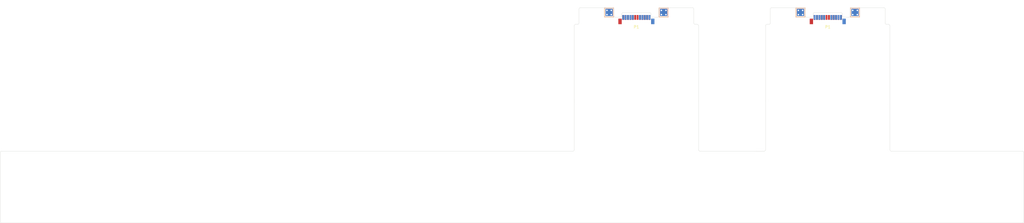
<source format=kicad_pcb>
(kicad_pcb (version 20221018) (generator pcbnew)
  (title_block (title "Expansion Card Template") (rev "X1") (company "Framework") (comment 1 "This work is licensed under a Creative Commons Attribution 4.0 International License") (comment 4 "https://frame.work"))
  (layers (0 "F.Cu" signal) (31 "B.Cu" signal) (34 "B.Paste" user) (35 "F.Paste" user) (36 "B.SilkS" user "B.Silkscreen") (37 "F.SilkS" user "F.Silkscreen") (38 "B.Mask" user) (39 "F.Mask" user) (44 "Edge.Cuts" user))
  (net 0 "")
  (net 1 "GND")
  (net 2 "VBUS")
  (net 3 "Net-(P1-PadA5)")
  (footprint "Expansion_Card:USB_C_Plug_Molex_105444" (layer "F.Cu") (at 183.231 57.131)
    (fp_text reference "P1" (at 0 2.04) (layer "F.SilkS") (effects (font (size 0.5842 0.5842) (thickness 0.1016))))
    (fp_text value "USB_C_Plug_USB2.0")
    (fp_line (start -3.35 0) (end -4.3 0) (stroke (width 0.05)) (layer "Edge.Cuts"))
    (fp_line (start -3.05 -0.66) (end -3.05 -0.3) (stroke (width 0.05)) (layer "Edge.Cuts"))
    (fp_line (start -2.75 -0.96) (end 2.75 -0.96) (stroke (width 0.05)) (layer "Edge.Cuts"))
    (fp_line (start 3.05 -0.66) (end 3.05 -0.3) (stroke (width 0.05)) (layer "Edge.Cuts"))
    (fp_line (start 3.35 0) (end 4.3 0) (stroke (width 0.05)) (layer "Edge.Cuts"))
    (fp_arc (start -3.05 -0.66) (mid -2.962132 -0.872132) (end -2.75 -0.96) (stroke (width 0.05)) (layer "Edge.Cuts"))
    (fp_arc (start -3.05 -0.3) (mid -3.137868 -0.087868) (end -3.35 0) (stroke (width 0.05)) (layer "Edge.Cuts"))
    (fp_arc (start 2.75 -0.96) (mid 2.962132 -0.872132) (end 3.05 -0.66) (stroke (width 0.05)) (layer "Edge.Cuts"))
    (fp_arc (start 3.35 0) (mid 3.137868 -0.087868) (end 3.05 -0.3) (stroke (width 0.05)) (layer "Edge.Cuts"))
    (pad "A1" smd rect (at -2.75 0.04) (size 0.38 1) (layers "F.Cu" "F.Paste" "F.Mask") (net 1 "GND"))
    (pad "A2" smd rect (at -2.25 0.04) (size 0.38 1) (layers "F.Cu" "F.Paste" "F.Mask"))
    (pad "A3" smd rect (at -1.75 0.04) (size 0.38 1) (layers "F.Cu" "F.Paste" "F.Mask"))
    (pad "A4" smd rect (at -1.25 0.04) (size 0.38 1) (layers "F.Cu" "F.Paste" "F.Mask") (net 2 "VBUS"))
    (pad "A5" smd rect (at -0.75 0.04) (size 0.38 1) (layers "F.Cu" "F.Paste" "F.Mask") (net 3 "Net-(P1-PadA5)"))
    (pad "A6" smd rect (at -0.25 0.04) (size 0.38 1) (layers "F.Cu" "F.Paste" "F.Mask"))
    (pad "A7" smd rect (at 0.25 0.04) (size 0.38 1) (layers "F.Cu" "F.Paste" "F.Mask"))
    (pad "A8" smd rect (at 0.75 0.04) (size 0.38 1) (layers "F.Cu" "F.Paste" "F.Mask"))
    (pad "A9" smd rect (at 1.25 0.04) (size 0.38 1) (layers "F.Cu" "F.Paste" "F.Mask") (net 2 "VBUS"))
    (pad "A10" smd rect (at 1.75 0.04) (size 0.38 1) (layers "F.Cu" "F.Paste" "F.Mask"))
    (pad "A11" smd rect (at 2.25 0.04) (size 0.38 1) (layers "F.Cu" "F.Paste" "F.Mask"))
    (pad "A12" smd rect (at 2.75 0.04) (size 0.38 1) (layers "F.Cu" "F.Paste" "F.Mask") (net 1 "GND"))
    (pad "B1" smd rect (at 2.75 0.04) (size 0.38 1) (layers "B.Cu" "B.Paste" "B.Mask") (net 1 "GND"))
    (pad "B2" smd rect (at 2.25 0.04) (size 0.38 1) (layers "B.Cu" "B.Paste" "B.Mask"))
    (pad "B3" smd rect (at 1.75 0.04) (size 0.38 1) (layers "B.Cu" "B.Paste" "B.Mask"))
    (pad "B4" smd rect (at 1.25 0.04) (size 0.38 1) (layers "B.Cu" "B.Paste" "B.Mask") (net 2 "VBUS"))
    (pad "B5" smd rect (at 0.75 0.04) (size 0.38 1) (layers "B.Cu" "B.Paste" "B.Mask"))
    (pad "B8" smd rect (at -0.75 0.04) (size 0.38 1) (layers "B.Cu" "B.Paste" "B.Mask"))
    (pad "B9" smd rect (at -1.25 0.04) (size 0.38 1) (layers "B.Cu" "B.Paste" "B.Mask") (net 2 "VBUS"))
    (pad "B10" smd rect (at -1.75 0.04) (size 0.38 1) (layers "B.Cu" "B.Paste" "B.Mask"))
    (pad "B11" smd rect (at -2.25 0.04) (size 0.38 1) (layers "B.Cu" "B.Paste" "B.Mask"))
    (pad "B12" smd rect (at -2.75 0.04) (size 0.38 1) (layers "B.Cu" "B.Paste" "B.Mask") (net 1 "GND"))
    (pad "S1" smd rect (at -3.42 0.88) (size 0.7 1.15) (layers "F.Cu" "F.Paste" "F.Mask") (net 1 "GND"))
    (pad "S1" smd rect (at 3.42 0.88) (size 0.7 1.15) (layers "B.Cu" "B.Paste" "B.Mask") (net 1 "GND"))
  )
  (footprint "MountingHole:MountingHole_2.2mm_M2" (layer "F.Cu") (at 171.931 74.631)
    (fp_text reference "H1" hide)
    (fp_text value "MountingHole")
    (pad "" np_thru_hole circle (at 0 0) (size 2.2 2.2) (drill 2.2) (layers "*.Cu" "*.Mask"))
  )
  (footprint "MountingHole:MountingHole_2.2mm_M2" (layer "F.Cu") (at 194.531 74.631)
    (fp_text reference "H2" hide)
    (fp_text value "MountingHole")
    (pad "" np_thru_hole circle (at 0 0) (size 2.2 2.2) (drill 2.2) (layers "*.Cu" "*.Mask"))
  )
  (footprint "TestPoint:TestPoint_Pad_1.5x1.5mm" (layer "F.Cu") (at 177.531 56.131)
    (fp_text reference "TP1" hide)
    (fp_text value "TestPoint")
    (fp_line (start -0.95 -0.95) (end 0.95 -0.95) (stroke (width 0.12)) (layer "F.SilkS"))
    (fp_line (start -0.95 0.95) (end -0.95 -0.95) (stroke (width 0.12)) (layer "F.SilkS"))
    (fp_line (start 0.95 -0.95) (end 0.95 0.95) (stroke (width 0.12)) (layer "F.SilkS"))
    (fp_line (start 0.95 0.95) (end -0.95 0.95) (stroke (width 0.12)) (layer "F.SilkS"))
    (pad "1" smd rect (at 0 0) (size 1.5 1.5) (layers "F.Cu" "F.Mask") (net 1 "GND"))
  )
  (footprint "TestPoint:TestPoint_Pad_1.5x1.5mm" (layer "F.Cu") (at 188.931 56.131)
    (fp_text reference "TP3" hide)
    (fp_text value "TestPoint")
    (fp_line (start -0.95 -0.95) (end 0.95 -0.95) (stroke (width 0.12)) (layer "F.SilkS"))
    (fp_line (start -0.95 0.95) (end -0.95 -0.95) (stroke (width 0.12)) (layer "F.SilkS"))
    (fp_line (start 0.95 -0.95) (end 0.95 0.95) (stroke (width 0.12)) (layer "F.SilkS"))
    (fp_line (start 0.95 0.95) (end -0.95 0.95) (stroke (width 0.12)) (layer "F.SilkS"))
    (pad "1" smd rect (at 0 0) (size 1.5 1.5) (layers "F.Cu" "F.Mask") (net 1 "GND"))
  )
  (footprint "Expansion_Card:USB_C_Plug_Molex_105444" (layer "F.Cu") (at 223.231 57.131)
    (fp_text reference "P1" (at 0 2.04) (layer "F.SilkS") (effects (font (size 0.5842 0.5842) (thickness 0.1016))))
    (fp_text value "USB_C_Plug_USB2.0")
    (fp_line (start -3.35 0) (end -4.3 0) (stroke (width 0.05)) (layer "Edge.Cuts"))
    (fp_line (start -3.05 -0.66) (end -3.05 -0.3) (stroke (width 0.05)) (layer "Edge.Cuts"))
    (fp_line (start -2.75 -0.96) (end 2.75 -0.96) (stroke (width 0.05)) (layer "Edge.Cuts"))
    (fp_line (start 3.05 -0.66) (end 3.05 -0.3) (stroke (width 0.05)) (layer "Edge.Cuts"))
    (fp_line (start 3.35 0) (end 4.3 0) (stroke (width 0.05)) (layer "Edge.Cuts"))
    (fp_arc (start -3.05 -0.66) (mid -2.962132 -0.872132) (end -2.75 -0.96) (stroke (width 0.05)) (layer "Edge.Cuts"))
    (fp_arc (start -3.05 -0.3) (mid -3.137868 -0.087868) (end -3.35 0) (stroke (width 0.05)) (layer "Edge.Cuts"))
    (fp_arc (start 2.75 -0.96) (mid 2.962132 -0.872132) (end 3.05 -0.66) (stroke (width 0.05)) (layer "Edge.Cuts"))
    (fp_arc (start 3.35 0) (mid 3.137868 -0.087868) (end 3.05 -0.3) (stroke (width 0.05)) (layer "Edge.Cuts"))
    (pad "A1" smd rect (at -2.75 0.04) (size 0.38 1) (layers "F.Cu" "F.Paste" "F.Mask") (net 1 "GND"))
    (pad "A2" smd rect (at -2.25 0.04) (size 0.38 1) (layers "F.Cu" "F.Paste" "F.Mask"))
    (pad "A3" smd rect (at -1.75 0.04) (size 0.38 1) (layers "F.Cu" "F.Paste" "F.Mask"))
    (pad "A4" smd rect (at -1.25 0.04) (size 0.38 1) (layers "F.Cu" "F.Paste" "F.Mask") (net 2 "VBUS"))
    (pad "A5" smd rect (at -0.75 0.04) (size 0.38 1) (layers "F.Cu" "F.Paste" "F.Mask") (net 3 "Net-(P1-PadA5)"))
    (pad "A6" smd rect (at -0.25 0.04) (size 0.38 1) (layers "F.Cu" "F.Paste" "F.Mask"))
    (pad "A7" smd rect (at 0.25 0.04) (size 0.38 1) (layers "F.Cu" "F.Paste" "F.Mask"))
    (pad "A8" smd rect (at 0.75 0.04) (size 0.38 1) (layers "F.Cu" "F.Paste" "F.Mask"))
    (pad "A9" smd rect (at 1.25 0.04) (size 0.38 1) (layers "F.Cu" "F.Paste" "F.Mask") (net 2 "VBUS"))
    (pad "A10" smd rect (at 1.75 0.04) (size 0.38 1) (layers "F.Cu" "F.Paste" "F.Mask"))
    (pad "A11" smd rect (at 2.25 0.04) (size 0.38 1) (layers "F.Cu" "F.Paste" "F.Mask"))
    (pad "A12" smd rect (at 2.75 0.04) (size 0.38 1) (layers "F.Cu" "F.Paste" "F.Mask") (net 1 "GND"))
    (pad "B1" smd rect (at 2.75 0.04) (size 0.38 1) (layers "B.Cu" "B.Paste" "B.Mask") (net 1 "GND"))
    (pad "B2" smd rect (at 2.25 0.04) (size 0.38 1) (layers "B.Cu" "B.Paste" "B.Mask"))
    (pad "B3" smd rect (at 1.75 0.04) (size 0.38 1) (layers "B.Cu" "B.Paste" "B.Mask"))
    (pad "B4" smd rect (at 1.25 0.04) (size 0.38 1) (layers "B.Cu" "B.Paste" "B.Mask") (net 2 "VBUS"))
    (pad "B5" smd rect (at 0.75 0.04) (size 0.38 1) (layers "B.Cu" "B.Paste" "B.Mask"))
    (pad "B8" smd rect (at -0.75 0.04) (size 0.38 1) (layers "B.Cu" "B.Paste" "B.Mask"))
    (pad "B9" smd rect (at -1.25 0.04) (size 0.38 1) (layers "B.Cu" "B.Paste" "B.Mask") (net 2 "VBUS"))
    (pad "B10" smd rect (at -1.75 0.04) (size 0.38 1) (layers "B.Cu" "B.Paste" "B.Mask"))
    (pad "B11" smd rect (at -2.25 0.04) (size 0.38 1) (layers "B.Cu" "B.Paste" "B.Mask"))
    (pad "B12" smd rect (at -2.75 0.04) (size 0.38 1) (layers "B.Cu" "B.Paste" "B.Mask") (net 1 "GND"))
    (pad "S1" smd rect (at -3.42 0.88) (size 0.7 1.15) (layers "F.Cu" "F.Paste" "F.Mask") (net 1 "GND"))
    (pad "S1" smd rect (at 3.42 0.88) (size 0.7 1.15) (layers "B.Cu" "B.Paste" "B.Mask") (net 1 "GND"))
  )
  (footprint "TestPoint:TestPoint_Pad_1.5x1.5mm" (layer "F.Cu") (at 217.531 56.131)
    (fp_text reference "TP1" hide)
    (fp_text value "TestPoint")
    (fp_line (start -0.95 -0.95) (end 0.95 -0.95) (stroke (width 0.12)) (layer "F.SilkS"))
    (fp_line (start -0.95 0.95) (end -0.95 -0.95) (stroke (width 0.12)) (layer "F.SilkS"))
    (fp_line (start 0.95 -0.95) (end 0.95 0.95) (stroke (width 0.12)) (layer "F.SilkS"))
    (fp_line (start 0.95 0.95) (end -0.95 0.95) (stroke (width 0.12)) (layer "F.SilkS"))
    (pad "1" smd rect (at 0 0) (size 1.5 1.5) (layers "F.Cu" "F.Mask") (net 1 "GND"))
  )
  (footprint "MountingHole:MountingHole_2.2mm_M2" (layer "F.Cu") (at 234.531 74.631)
    (fp_text reference "H2" hide)
    (fp_text value "MountingHole")
    (pad "" np_thru_hole circle (at 0 0) (size 2.2 2.2) (drill 2.2) (layers "F&B.Cu" "*.Mask"))
  )
  (footprint "TestPoint:TestPoint_Pad_1.5x1.5mm" (layer "F.Cu") (at 228.931 56.131)
    (fp_text reference "TP3" hide)
    (fp_text value "TestPoint")
    (fp_line (start -0.95 -0.95) (end 0.95 -0.95) (stroke (width 0.12)) (layer "F.SilkS"))
    (fp_line (start -0.95 0.95) (end -0.95 -0.95) (stroke (width 0.12)) (layer "F.SilkS"))
    (fp_line (start 0.95 -0.95) (end 0.95 0.95) (stroke (width 0.12)) (layer "F.SilkS"))
    (fp_line (start 0.95 0.95) (end -0.95 0.95) (stroke (width 0.12)) (layer "F.SilkS"))
    (pad "1" smd rect (at 0 0) (size 1.5 1.5) (layers "F.Cu" "F.Mask") (net 1 "GND"))
  )
  (footprint "MountingHole:MountingHole_2.2mm_M2" (layer "F.Cu") (at 211.931 74.631)
    (fp_text reference "H1" hide)
    (fp_text value "MountingHole")
    (pad "" np_thru_hole circle (at 0 0) (size 2.2 2.2) (drill 2.2) (layers "F&B.Cu" "*.Mask"))
  )
  (footprint "TestPoint:TestPoint_Pad_1.5x1.5mm" (layer "B.Cu") (at 177.531 56.131)
    (fp_text reference "TP2" hide)
    (fp_text value "TestPoint")
    (fp_line (start -0.95 -0.95) (end -0.95 0.95) (stroke (width 0.12)) (layer "B.SilkS"))
    (fp_line (start -0.95 0.95) (end 0.95 0.95) (stroke (width 0.12)) (layer "B.SilkS"))
    (fp_line (start 0.95 -0.95) (end -0.95 -0.95) (stroke (width 0.12)) (layer "B.SilkS"))
    (fp_line (start 0.95 0.95) (end 0.95 -0.95) (stroke (width 0.12)) (layer "B.SilkS"))
    (pad "1" smd rect (at 0 0) (size 1.5 1.5) (layers "B.Cu" "B.Mask") (net 1 "GND"))
  )
  (footprint "TestPoint:TestPoint_Pad_1.5x1.5mm" (layer "B.Cu") (at 188.931 56.131)
    (fp_text reference "TP4" hide)
    (fp_text value "TestPoint")
    (fp_line (start -0.95 -0.95) (end -0.95 0.95) (stroke (width 0.12)) (layer "B.SilkS"))
    (fp_line (start -0.95 0.95) (end 0.95 0.95) (stroke (width 0.12)) (layer "B.SilkS"))
    (fp_line (start 0.95 -0.95) (end -0.95 -0.95) (stroke (width 0.12)) (layer "B.SilkS"))
    (fp_line (start 0.95 0.95) (end 0.95 -0.95) (stroke (width 0.12)) (layer "B.SilkS"))
    (pad "1" smd rect (at 0 0) (size 1.5 1.5) (layers "B.Cu" "B.Mask") (net 1 "GND"))
  )
  (footprint "TestPoint:TestPoint_Pad_1.5x1.5mm" (layer "B.Cu") (at 217.531 56.131)
    (fp_text reference "TP2" hide)
    (fp_text value "TestPoint")
    (fp_line (start -0.95 -0.95) (end -0.95 0.95) (stroke (width 0.12)) (layer "B.SilkS"))
    (fp_line (start -0.95 0.95) (end 0.95 0.95) (stroke (width 0.12)) (layer "B.SilkS"))
    (fp_line (start 0.95 -0.95) (end -0.95 -0.95) (stroke (width 0.12)) (layer "B.SilkS"))
    (fp_line (start 0.95 0.95) (end 0.95 -0.95) (stroke (width 0.12)) (layer "B.SilkS"))
    (pad "1" smd rect (at 0 0) (size 1.5 1.5) (layers "B.Cu" "B.Mask") (net 1 "GND"))
  )
  (footprint "TestPoint:TestPoint_Pad_1.5x1.5mm" (layer "B.Cu") (at 228.931 56.131)
    (fp_text reference "TP4" hide)
    (fp_text value "TestPoint")
    (fp_line (start -0.95 -0.95) (end -0.95 0.95) (stroke (width 0.12)) (layer "B.SilkS"))
    (fp_line (start -0.95 0.95) (end 0.95 0.95) (stroke (width 0.12)) (layer "B.SilkS"))
    (fp_line (start 0.95 -0.95) (end -0.95 -0.95) (stroke (width 0.12)) (layer "B.SilkS"))
    (fp_line (start 0.95 0.95) (end 0.95 -0.95) (stroke (width 0.12)) (layer "B.SilkS"))
    (pad "1" smd rect (at 0 0) (size 1.5 1.5) (layers "B.Cu" "B.Mask") (net 1 "GND"))
  )
  (gr_line (start 196.231 58.931) (end 196.231 84.831) (stroke (width 0.05)) (layer "Edge.Cuts"))
  (gr_line (start 50.531 100.131) (end 263.930994 100.127964) (stroke (width 0.05)) (layer "Edge.Cuts"))
  (gr_arc (start 187.931 56.831) (mid 187.843132 57.043132) (end 187.631 57.131) (stroke (width 0.05)) (layer "Edge.Cuts"))
  (gr_arc (start 178.231 55.131) (mid 178.443132 55.218868) (end 178.531 55.431) (stroke (width 0.05)) (layer "Edge.Cuts"))
  (gr_line (start 187.931 56.831) (end 187.931 55.431) (stroke (width 0.05)) (layer "Edge.Cuts"))
  (gr_arc (start 187.931 55.431) (mid 188.018868 55.218868) (end 188.231 55.131) (stroke (width 0.05)) (layer "Edge.Cuts"))
  (gr_line (start 178.231 55.131) (end 171.531 55.131) (stroke (width 0.05)) (layer "Edge.Cuts"))
  (gr_line (start 188.231 55.131) (end 194.931 55.131) (stroke (width 0.05)) (layer "Edge.Cuts"))
  (gr_line (start 187.531 57.131) (end 187.631 57.131) (stroke (width 0.05)) (layer "Edge.Cuts"))
  (gr_arc (start 171.231 55.431) (mid 171.318868 55.218868) (end 171.531 55.131) (stroke (width 0.05)) (layer "Edge.Cuts"))
  (gr_line (start 171.231 58.331) (end 171.231 55.431) (stroke (width 0.05)) (layer "Edge.Cuts"))
  (gr_arc (start 171.231 58.331) (mid 171.143132 58.543132) (end 170.931 58.631) (stroke (width 0.05)) (layer "Edge.Cuts"))
  (gr_arc (start 170.231 58.931) (mid 170.318868 58.718868) (end 170.531 58.631) (stroke (width 0.05)) (layer "Edge.Cuts"))
  (gr_line (start 170.531 58.631) (end 170.931 58.631) (stroke (width 0.05)) (layer "Edge.Cuts"))
  (gr_line (start 195.231 58.331) (end 195.231 55.431) (stroke (width 0.05)) (layer "Edge.Cuts"))
  (gr_arc (start 195.931 58.631) (mid 196.143132 58.718868) (end 196.231 58.931) (stroke (width 0.05)) (layer "Edge.Cuts"))
  (gr_arc (start 195.531 58.631) (mid 195.318868 58.543132) (end 195.231 58.331) (stroke (width 0.05)) (layer "Edge.Cuts"))
  (gr_line (start 195.531 58.631) (end 195.931 58.631) (stroke (width 0.05)) (layer "Edge.Cuts"))
  (gr_arc (start 170.231 84.831) (mid 170.148854 85.043905) (end 169.940221 85.136368) (stroke (width 0.05)) (layer "Edge.Cuts"))
  (gr_line (start 50.531 85.136368) (end 169.940221 85.136368) (stroke (width 0.05)) (layer "Edge.Cuts"))
  (gr_arc (start 227.931 55.431) (mid 228.018868 55.218868) (end 228.231 55.131) (stroke (width 0.05)) (layer "Edge.Cuts"))
  (gr_line (start 170.231 58.931) (end 170.231 84.831) (stroke (width 0.05)) (layer "Edge.Cuts"))
  (gr_arc (start 210.231 58.931) (mid 210.318868 58.718868) (end 210.531 58.631) (stroke (width 0.05)) (layer "Edge.Cuts"))
  (gr_arc (start 235.931 58.631) (mid 236.143132 58.718868) (end 236.231 58.931) (stroke (width 0.05)) (layer "Edge.Cuts"))
  (gr_arc (start 235.531 58.631) (mid 235.318868 58.543132) (end 235.231 58.331) (stroke (width 0.05)) (layer "Edge.Cuts"))
  (gr_line (start 263.931 85.133) (end 236.531 85.133) (stroke (width 0.05)) (layer "Edge.Cuts"))
  (gr_arc (start 263.931 85.133) (mid 264.143132 85.220868) (end 264.231 85.433) (stroke (width 0.05)) (layer "Edge.Cuts"))
  (gr_line (start 178.531 56.831) (end 178.531 55.431) (stroke (width 0.05)) (layer "Edge.Cuts"))
  (gr_arc (start 50.231001 85.433) (mid 50.318465 85.221339) (end 50.531006 85.136036) (stroke (width 0.05)) (layer "Edge.Cuts"))
  (gr_arc (start 211.231 55.431) (mid 211.318868 55.218868) (end 211.531 55.131) (stroke (width 0.05)) (layer "Edge.Cuts"))
  (gr_arc (start 234.931 55.131) (mid 235.143132 55.218868) (end 235.231 55.431) (stroke (width 0.05)) (layer "Edge.Cuts"))
  (gr_arc (start 218.231 55.131) (mid 218.443132 55.218868) (end 218.531 55.431) (stroke (width 0.05)) (layer "Edge.Cuts"))
  (gr_line (start 235.531 58.631) (end 235.931 58.631) (stroke (width 0.05)) (layer "Edge.Cuts"))
  (gr_line (start 264.231 99.831) (end 264.231 85.433) (stroke (width 0.05)) (layer "Edge.Cuts"))
  (gr_line (start 196.525 85.128015) (end 209.931 85.131) (stroke (width 0.05)) (layer "Edge.Cuts"))
  (gr_arc (start 210.231 84.831) (mid 210.143132 85.043132) (end 209.931 85.131) (stroke (width 0.05)) (layer "Edge.Cuts"))
  (gr_line (start 228.231 55.131) (end 234.931 55.131) (stroke (width 0.05)) (layer "Edge.Cuts"))
  (gr_arc (start 194.931 55.131) (mid 195.143132 55.218868) (end 195.231 55.431) (stroke (width 0.05)) (layer "Edge.Cuts"))
  (gr_line (start 227.931 56.831) (end 227.931 55.431) (stroke (width 0.05)) (layer "Edge.Cuts"))
  (gr_arc (start 236.531 85.133) (mid 236.318868 85.045132) (end 236.231 84.833) (stroke (width 0.05)) (layer "Edge.Cuts"))
  (gr_arc (start 227.931 56.831) (mid 227.843132 57.043132) (end 227.631 57.131) (stroke (width 0.05)) (layer "Edge.Cuts"))
  (gr_arc (start 50.531 100.131) (mid 50.318868 100.043132) (end 50.231 99.831) (stroke (width 0.05)) (layer "Edge.Cuts"))
  (gr_line (start 211.231 58.331) (end 211.231 55.431) (stroke (width 0.05)) (layer "Edge.Cuts"))
  (gr_line (start 235.231 58.331) (end 235.231 55.431) (stroke (width 0.05)) (layer "Edge.Cuts"))
  (gr_arc (start 178.831 57.131) (mid 178.618868 57.043132) (end 178.531 56.831) (stroke (width 0.05)) (layer "Edge.Cuts"))
  (gr_line (start 178.831 57.131) (end 178.931 57.131) (stroke (width 0.05)) (layer "Edge.Cuts"))
  (gr_line (start 210.531 58.631) (end 210.931 58.631) (stroke (width 0.05)) (layer "Edge.Cuts"))
  (gr_line (start 227.531 57.131) (end 227.631 57.131) (stroke (width 0.05)) (layer "Edge.Cuts"))
  (gr_arc (start 218.831 57.131) (mid 218.618868 57.043132) (end 218.531 56.831) (stroke (width 0.05)) (layer "Edge.Cuts"))
  (gr_arc (start 196.525 85.128015) (mid 196.316042 85.040837) (end 196.231 84.831) (stroke (width 0.05)) (layer "Edge.Cuts"))
  (gr_arc (start 264.230999 99.831) (mid 264.143535 100.042661) (end 263.930994 100.127964) (stroke (width 0.05)) (layer "Edge.Cuts"))
  (gr_line (start 218.231 55.131) (end 211.531 55.131) (stroke (width 0.05)) (layer "Edge.Cuts"))
  (gr_line (start 210.231 58.931) (end 210.231 84.831) (stroke (width 0.05)) (layer "Edge.Cuts"))
  (gr_line (start 218.531 56.831) (end 218.531 55.431) (stroke (width 0.05)) (layer "Edge.Cuts"))
  (gr_line (start 50.231 85.433) (end 50.231 99.831) (stroke (width 0.05)) (layer "Edge.Cuts"))
  (gr_line (start 218.831 57.131) (end 218.931 57.131) (stroke (width 0.05)) (layer "Edge.Cuts"))
  (gr_line (start 236.231 58.931) (end 236.231 84.833) (stroke (width 0.05)) (layer "Edge.Cuts"))
  (gr_arc (start 211.231 58.331) (mid 211.143132 58.543132) (end 210.931 58.631) (stroke (width 0.05)) (layer "Edge.Cuts"))
  (via (at 177.089 55.7025) (size 0.5) (drill 0.3) (layers "F.Cu" "B.Cu") (net 1))
  (via (at 177.089 56.5915) (size 0.5) (drill 0.3) (layers "F.Cu" "B.Cu") (net 1))
  (via (at 189.408 55.7025) (size 0.5) (drill 0.3) (layers "F.Cu" "B.Cu") (net 1))
  (via (at 189.408 56.5915) (size 0.5) (drill 0.3) (layers "F.Cu" "B.Cu") (net 1))
  (via (at 217.978 55.7025) (size 0.5) (drill 0.3) (layers "F.Cu" "B.Cu") (net 1))
  (via (at 217.978 56.5915) (size 0.5) (drill 0.3) (layers "F.Cu" "B.Cu") (net 1))
  (via (at 229.408 55.7025) (size 0.5) (drill 0.3) (layers "F.Cu" "B.Cu") (net 1))
  (via (at 217.089 55.7025) (size 0.5) (drill 0.3) (layers "F.Cu" "B.Cu") (net 1))
  (via (at 217.089 56.5915) (size 0.5) (drill 0.3) (layers "F.Cu" "B.Cu") (net 1))
  (via (at 228.4555 56.5915) (size 0.5) (drill 0.3) (layers "F.Cu" "B.Cu") (net 1))
  (via (at 228.4555 55.7025) (size 0.5) (drill 0.3) (layers "F.Cu" "B.Cu") (net 1))
  (via (at 188.4555 56.5915) (size 0.5) (drill 0.3) (layers "F.Cu" "B.Cu") (net 1))
  (via (at 177.978 55.7025) (size 0.5) (drill 0.3) (layers "F.Cu" "B.Cu") (net 1))
  (via (at 177.978 56.5915) (size 0.5) (drill 0.3) (layers "F.Cu" "B.Cu") (net 1))
  (via (at 188.4555 55.7025) (size 0.5) (drill 0.3) (layers "F.Cu" "B.Cu") (net 1))
  (via (at 229.408 56.5915) (size 0.5) (drill 0.3) (layers "F.Cu" "B.Cu") (net 1))
)
</source>
